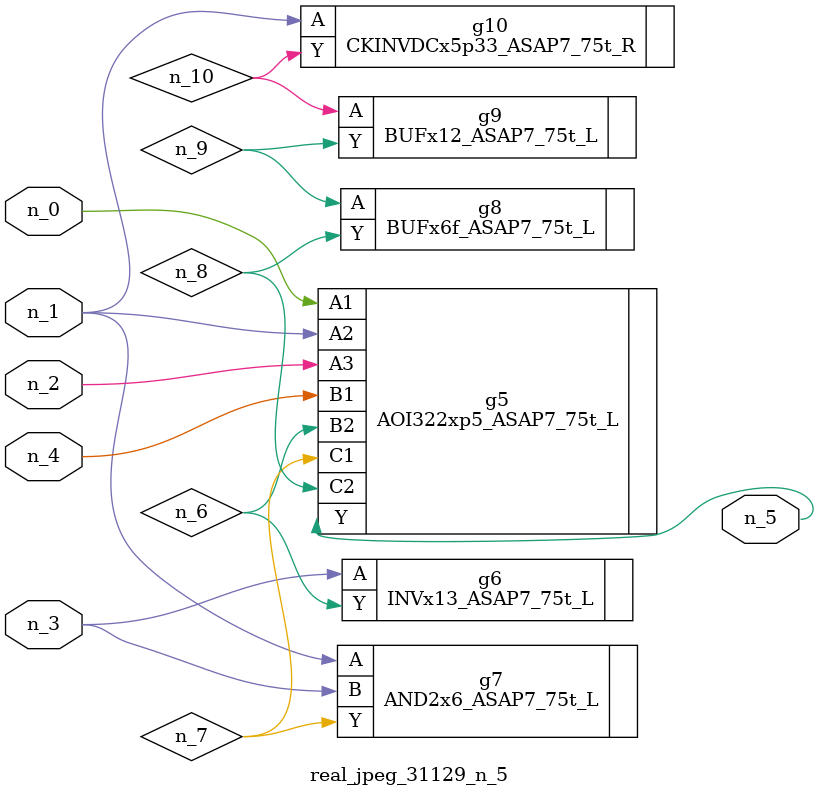
<source format=v>
module real_jpeg_31129_n_5 (n_4, n_0, n_1, n_2, n_3, n_5);

input n_4;
input n_0;
input n_1;
input n_2;
input n_3;

output n_5;

wire n_8;
wire n_6;
wire n_7;
wire n_10;
wire n_9;

AOI322xp5_ASAP7_75t_L g5 ( 
.A1(n_0),
.A2(n_1),
.A3(n_2),
.B1(n_4),
.B2(n_6),
.C1(n_7),
.C2(n_8),
.Y(n_5)
);

AND2x6_ASAP7_75t_L g7 ( 
.A(n_1),
.B(n_3),
.Y(n_7)
);

CKINVDCx5p33_ASAP7_75t_R g10 ( 
.A(n_1),
.Y(n_10)
);

INVx13_ASAP7_75t_L g6 ( 
.A(n_3),
.Y(n_6)
);

BUFx6f_ASAP7_75t_L g8 ( 
.A(n_9),
.Y(n_8)
);

BUFx12_ASAP7_75t_L g9 ( 
.A(n_10),
.Y(n_9)
);


endmodule
</source>
